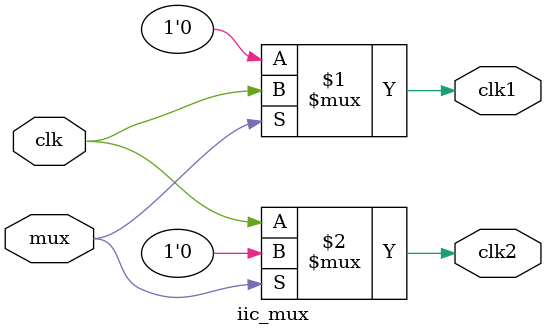
<source format=v>
`timescale 1ns / 1ps


module iic_mux(
    input wire mux,
    input wire clk,
    output wire clk1,
    output wire clk2
    );
    assign clk1 = mux ? clk : 1'b0;
    assign clk2 = mux ? 1'b0 : clk;
endmodule

</source>
